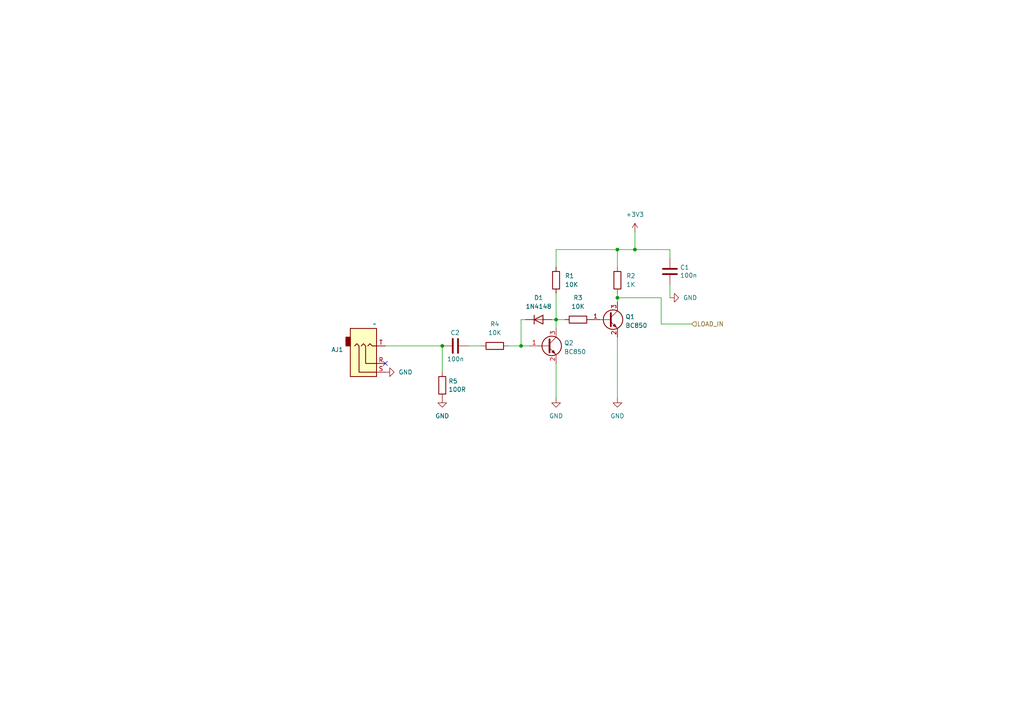
<source format=kicad_sch>
(kicad_sch (version 20250114) (generator "eeschema") (generator_version "9.0")
  (paper "A4")
  (title_block (title "TurboFRANK") (date "2025-03-19") (rev "1.04") (company "Mikhail Matveev") (comment 1 "https://github.com/xtremespb/frank"))
  (lib_symbols
    (symbol "BC850_1" (pin_names (offset 0) (hide yes))
      (property "Reference" "Q" (at 5.08 1.905 0))
      (property "Value" "BC850" (at 5.08 0 0))
      (symbol "BC850_1_0_1"
        (polyline (pts (xy -2.54 0) (xy 0.635 0)))
        (polyline (pts (xy 0.635 1.905) (xy 0.635 -1.905)) (stroke (width 0.508)))
        (circle (center 1.27 0) (radius 2.8194) (stroke (width 0.254)))
      )
      (symbol "BC850_1_1_1"
        (polyline (pts (xy 0.635 0.635) (xy 2.54 2.54)))
        (polyline (pts (xy 0.635 -0.635) (xy 2.54 -2.54)))
        (polyline (pts (xy 1.27 -1.778) (xy 1.778 -1.27) (xy 2.286 -2.286) (xy 1.27 -1.778)) (fill (type outline)))
        (pin input line (at -5.08 0 0) (length 2.54) (name "B") (number "1"))
        (pin passive line (at 2.54 5.08 270) (length 2.54) (name "C") (number "3"))
        (pin passive line (at 2.54 -5.08 90) (length 2.54) (name "E") (number "2"))
      )
    )
    (symbol "Device:C" (pin_numbers (hide yes)) (pin_names (offset 0.254))
      (property "Reference" "C" (at 0.635 2.54 0))
      (property "Value" "C" (at 0.635 -2.54 0))
      (symbol "C_0_1"
        (polyline (pts (xy -2.032 0.762) (xy 2.032 0.762)) (stroke (width 0.508)))
        (polyline (pts (xy -2.032 -0.762) (xy 2.032 -0.762)) (stroke (width 0.508)))
      )
      (symbol "C_1_1"
        (pin passive line (at 0 3.81 270) (length 2.794) (name "~") (number "1"))
        (pin passive line (at 0 -3.81 90) (length 2.794) (name "~") (number "2"))
      )
    )
    (symbol "Device:D" (pin_numbers (hide yes)) (pin_names (offset 1.016) (hide yes))
      (property "Reference" "D" (at 0 2.54 0))
      (property "Value" "D" (at 0 -2.54 0))
      (symbol "D_0_1"
        (polyline (pts (xy -1.27 1.27) (xy -1.27 -1.27)) (stroke (width 0.254)))
        (polyline (pts (xy 1.27 1.27) (xy 1.27 -1.27) (xy -1.27 0) (xy 1.27 1.27)) (stroke (width 0.254)))
        (polyline (pts (xy 1.27 0) (xy -1.27 0)))
      )
      (symbol "D_1_1"
        (pin passive line (at -3.81 0 0) (length 2.54) (name "K") (number "1"))
        (pin passive line (at 3.81 0 180) (length 2.54) (name "A") (number "2"))
      )
    )
    (symbol "Device:R" (pin_numbers (hide yes)) (pin_names (offset 0))
      (property "Reference" "R" (at 2.032 0 90))
      (property "Value" "R" (at 0 0 90))
      (symbol "R_0_1"
        (rectangle (start -1.016 -2.54) (end 1.016 2.54) (stroke (width 0.254)))
      )
      (symbol "R_1_1"
        (pin passive line (at 0 3.81 270) (length 1.27) (name "~") (number "1"))
        (pin passive line (at 0 -3.81 90) (length 1.27) (name "~") (number "2"))
      )
    )
    (symbol "FRANK:AudioJack_3.5mm"
      (property "Reference" "AJ2" (at -7.1119 -4.0097 0))
      (symbol "AudioJack_3.5mm_0_1"
        (rectangle (start -5.08 -5.08) (end -6.35 -7.62) (stroke (width 0.254)) (fill (type outline)))
        (polyline (pts (xy -1.905 -5.08) (xy -1.27 -5.715) (xy -0.635 -5.08) (xy -0.635 0) (xy 2.54 0)) (stroke (width 0.254)))
        (polyline (pts (xy 0 -5.08) (xy 0.635 -5.715) (xy 1.27 -5.08) (xy 2.54 -5.08)) (stroke (width 0.254)))
        (rectangle (start 2.54 3.81) (end -5.08 -10.16) (stroke (width 0.254)) (fill (type background)))
        (polyline (pts (xy 2.54 2.54) (xy -2.54 2.54) (xy -2.54 -5.08) (xy -3.175 -5.715) (xy -3.81 -5.08)) (stroke (width 0.254)))
      )
      (symbol "AudioJack_3.5mm_1_1"
        (pin passive line (at 5.08 2.54 180) (length 2.54) (name "~") (number "S"))
        (pin passive line (at 5.08 0 180) (length 2.54) (name "~") (number "R"))
        (pin passive line (at 5.08 -5.08 180) (length 2.54) (name "~") (number "T"))
      )
    )
    (symbol "GND_1" (power) (pin_numbers (hide yes)) (pin_names (offset 0) (hide yes))
      (property "Value" "GND" (at 0 -3.81 0))
      (symbol "GND_1_0_1"
        (polyline (pts (xy 0 0) (xy 0 -1.27) (xy 1.27 -1.27) (xy 0 -2.54) (xy -1.27 -1.27) (xy 0 -1.27)))
      )
      (symbol "GND_1_1_1"
        (pin power_in line (at 0 0 270) (length 0) (name "~") (number "1"))
      )
    )
    (symbol "GND_2" (power) (pin_numbers (hide yes)) (pin_names (offset 0) (hide yes))
      (property "Value" "GND" (at 0 -3.81 0))
      (symbol "GND_2_0_1"
        (polyline (pts (xy 0 0) (xy 0 -1.27) (xy 1.27 -1.27) (xy 0 -2.54) (xy -1.27 -1.27) (xy 0 -1.27)))
      )
      (symbol "GND_2_1_1"
        (pin power_in line (at 0 0 270) (length 0) (name "~") (number "1"))
      )
    )
    (symbol "GND_3" (power) (pin_numbers (hide yes)) (pin_names (offset 0) (hide yes))
      (property "Value" "GND" (at 0 -3.81 0))
      (symbol "GND_3_0_1"
        (polyline (pts (xy 0 0) (xy 0 -1.27) (xy 1.27 -1.27) (xy 0 -2.54) (xy -1.27 -1.27) (xy 0 -1.27)))
      )
      (symbol "GND_3_1_1"
        (pin power_in line (at 0 0 270) (length 0) (name "~") (number "1"))
      )
    )
    (symbol "GND_4" (power) (pin_numbers (hide yes)) (pin_names (offset 0) (hide yes))
      (property "Value" "GND" (at 0 -3.81 0))
      (symbol "GND_4_0_1"
        (polyline (pts (xy 0 0) (xy 0 -1.27) (xy 1.27 -1.27) (xy 0 -2.54) (xy -1.27 -1.27) (xy 0 -1.27)))
      )
      (symbol "GND_4_1_1"
        (pin power_in line (at 0 0 270) (length 0) (name "~") (number "1"))
      )
    )
    (symbol "Transistor_BJT:BC850" (pin_names (offset 0) (hide yes))
      (property "Reference" "Q" (at 5.08 1.905 0))
      (property "Value" "BC850" (at 5.08 0 0))
      (symbol "BC850_0_1"
        (polyline (pts (xy -2.54 0) (xy 0.635 0)))
        (polyline (pts (xy 0.635 1.905) (xy 0.635 -1.905)) (stroke (width 0.508)))
        (circle (center 1.27 0) (radius 2.8194) (stroke (width 0.254)))
      )
      (symbol "BC850_1_1"
        (polyline (pts (xy 0.635 0.635) (xy 2.54 2.54)))
        (polyline (pts (xy 0.635 -0.635) (xy 2.54 -2.54)))
        (polyline (pts (xy 1.27 -1.778) (xy 1.778 -1.27) (xy 2.286 -2.286) (xy 1.27 -1.778)) (fill (type outline)))
        (pin input line (at -5.08 0 0) (length 2.54) (name "B") (number "1"))
        (pin passive line (at 2.54 5.08 270) (length 2.54) (name "C") (number "3"))
        (pin passive line (at 2.54 -5.08 90) (length 2.54) (name "E") (number "2"))
      )
    )
    (symbol "power:+3V3" (power) (pin_numbers (hide yes)) (pin_names (offset 0) (hide yes))
      (property "Value" "+3V3" (at 0 3.556 0))
      (symbol "+3V3_0_1"
        (polyline (pts (xy -0.762 1.27) (xy 0 2.54)))
        (polyline (pts (xy 0 2.54) (xy 0.762 1.27)))
        (polyline (pts (xy 0 0) (xy 0 2.54)))
      )
      (symbol "+3V3_1_1"
        (pin power_in line (at 0 0 90) (length 0) (name "~") (number "1"))
      )
    )
    (symbol "power:GND" (power) (pin_numbers (hide yes)) (pin_names (offset 0) (hide yes))
      (property "Value" "GND" (at 0 -3.81 0))
      (symbol "GND_0_1"
        (polyline (pts (xy 0 0) (xy 0 -1.27) (xy 1.27 -1.27) (xy 0 -2.54) (xy -1.27 -1.27) (xy 0 -1.27)))
      )
      (symbol "GND_1_1"
        (pin power_in line (at 0 0 270) (length 0) (name "~") (number "1"))
      )
    )
  )
  (junction (at 179.07 86.36))
  (junction (at 151.13 100.33))
  (junction (at 128.27 100.33))
  (junction (at 161.29 92.71))
  (junction (at 184.15 72.39))
  (junction (at 179.07 72.39))
  (no_connect (at 111.76 105.41))
  (wire (pts (xy 179.07 86.36) (xy 191.77 86.36)))
  (wire (pts (xy 161.29 92.71) (xy 161.29 95.25)))
  (wire (pts (xy 147.32 100.33) (xy 151.13 100.33)))
  (wire (pts (xy 184.15 72.39) (xy 194.31 72.39)))
  (wire (pts (xy 191.77 86.36) (xy 191.77 93.98)))
  (wire (pts (xy 160.02 92.71) (xy 161.29 92.71)))
  (wire (pts (xy 151.13 100.33) (xy 153.67 100.33)))
  (wire (pts (xy 179.07 86.36) (xy 179.07 87.63)))
  (wire (pts (xy 152.4 92.71) (xy 151.13 92.71)))
  (wire (pts (xy 191.77 93.98) (xy 200.66 93.98)))
  (wire (pts (xy 151.13 92.71) (xy 151.13 100.33)))
  (wire (pts (xy 135.89 100.33) (xy 139.7 100.33)))
  (wire (pts (xy 179.07 72.39) (xy 184.15 72.39)))
  (wire (pts (xy 161.29 105.41) (xy 161.29 115.57)))
  (wire (pts (xy 179.07 72.39) (xy 179.07 77.47)))
  (wire (pts (xy 161.29 72.39) (xy 161.29 77.47)))
  (wire (pts (xy 184.15 67.31) (xy 184.15 72.39)))
  (wire (pts (xy 179.07 97.79) (xy 179.07 115.57)))
  (wire (pts (xy 194.31 82.55) (xy 194.31 86.36)))
  (wire (pts (xy 161.29 72.39) (xy 179.07 72.39)))
  (wire (pts (xy 194.31 72.39) (xy 194.31 74.93)))
  (wire (pts (xy 111.76 100.33) (xy 128.27 100.33)))
  (wire (pts (xy 161.29 85.09) (xy 161.29 92.71)))
  (wire (pts (xy 179.07 85.09) (xy 179.07 86.36)))
  (wire (pts (xy 128.27 100.33) (xy 128.27 107.95)))
  (wire (pts (xy 161.29 92.71) (xy 163.83 92.71)))
  (hierarchical_label "LOAD_IN" (shape input) (at 200.66 93.98 0))
  (symbol (lib_id "Device:D") (at 156.21 92.71 0) (unit 1)
    (property "Reference" "D7" (at 156.21 86.36 0))
    (property "Value" "1N4148" (at 156.21 88.9 0))
    (property "Footprint" "FRANK:Diode (SOD-323)" (effects (hide yes)))
    (property "Datasheet" "https://www.vishay.com/docs/85748/1n4148w.pdf" (effects (hide yes)))
    (property "Description" "Diode" (effects (hide yes)))
    (property "Sim.Device" "D" (effects (hide yes)))
    (property "Sim.Pins" "1=K 2=A" (effects (hide yes)))
    (property "AliExpress" "https://www.aliexpress.com/item/1005005707644429.html" (effects (hide yes)))
    (instances (project "" (path "" (reference "D1") (unit 1))) (project "" (path "" (reference "D7") (unit 1))))
  )
  (symbol (lib_name "GND_2") (lib_id "power:GND") (at 161.29 115.57 0) (unit 1)
    (property "Reference" "#PWR050" (effects (hide yes)))
    (property "Value" "GND" (at 161.29 120.65 0))
    (property "Description" "Power symbol creates a global label with name \"GND\" , ground" (effects (hide yes)))
    (instances (project "" (path "" (reference "#PWR07") (unit 1))) (project "" (path "" (reference "#PWR050") (unit 1))))
  )
  (symbol (lib_id "Device:R") (at 167.64 92.71 90) (unit 1)
    (property "Reference" "R24" (at 167.64 86.36 90))
    (property "Value" "10K" (at 167.64 88.9 90))
    (property "Footprint" "FRANK:Resistor (0805)" (effects (hide yes)))
    (property "Datasheet" "https://www.vishay.com/docs/28952/mcs0402at-mct0603at-mcu0805at-mca1206at.pdf" (effects (hide yes)))
    (property "AliExpress" "https://www.aliexpress.com/item/1005005945735199.html" (effects (hide yes)))
    (instances (project "38NJU24" (path "" (reference "R3") (unit 1))) (project "38NJU24" (path "" (reference "R24") (unit 1))))
  )
  (symbol (lib_id "power:GND") (at 128.27 115.57 0) (unit 1)
    (property "Reference" "#PWR049" (effects (hide yes)))
    (property "Value" "GND" (at 128.27 120.65 0))
    (property "Description" "Power symbol creates a global label with name \"GND\" , ground" (effects (hide yes)))
    (instances (project "" (path "" (reference "#PWR06") (unit 1))) (project "" (path "" (reference "#PWR049") (unit 1))))
  )
  (symbol (lib_id "Device:R") (at 179.07 81.28 0) (unit 1)
    (property "Reference" "R23" (at 181.61 80.0099 0) (effects (justify left)))
    (property "Value" "1K" (at 181.61 82.5499 0) (effects (justify left)))
    (property "Footprint" "FRANK:Resistor (0805)" (effects (hide yes)))
    (property "Datasheet" "https://www.vishay.com/docs/28952/mcs0402at-mct0603at-mcu0805at-mca1206at.pdf" (effects (hide yes)))
    (property "AliExpress" "https://www.aliexpress.com/item/1005005945735199.html" (effects (hide yes)))
    (instances (project "38NJU24" (path "" (reference "R2") (unit 1))) (project "38NJU24" (path "" (reference "R23") (unit 1))))
  )
  (symbol (lib_id "FRANK:AudioJack_3.5mm") (at 106.68 105.41 0) (mirror x) (unit 1)
    (property "Reference" "J13" (at 99.5681 101.4003 0) (effects (justify right)))
    (property "Value" "~" (at 109.22 93.98 0) (effects (justify right)))
    (property "Footprint" "FRANK:Jack (3.5mm, PJ-320D)" (effects (hide yes)))
    (instances (project "38NJU24" (path "" (reference "AJ1") (unit 1))) (project "38NJU24" (path "" (reference "J13") (unit 1))))
  )
  (symbol (lib_id "Device:C") (at 132.08 100.33 90) (unit 1)
    (property "Reference" "C8" (at 133.35 96.52 90) (effects (justify left)))
    (property "Value" "100n" (at 134.62 104.14 90) (effects (justify left)))
    (property "Footprint" "FRANK:Capacitor (0805)" (effects (hide yes)))
    (property "Datasheet" "https://eu.mouser.com/datasheet/2/40/KGM_X7R-3223212.pdf" (effects (hide yes)))
    (property "AliExpress" "https://www.aliexpress.com/item/33008008276.html" (effects (hide yes)))
    (instances (project "38NJU24" (path "" (reference "C2") (unit 1))) (project "38NJU24" (path "" (reference "C8") (unit 1))))
  )
  (symbol (lib_name "GND_1") (lib_id "power:GND") (at 111.76 107.95 90) (unit 1)
    (property "Reference" "#PWR048" (effects (hide yes)))
    (property "Value" "GND" (at 115.57 107.9499 90) (effects (justify right)))
    (property "Description" "Power symbol creates a global label with name \"GND\" , ground" (effects (hide yes)))
    (instances (project "" (path "" (reference "#PWR05") (unit 1))) (project "" (path "" (reference "#PWR048") (unit 1))))
  )
  (symbol (lib_id "Device:R") (at 143.51 100.33 90) (unit 1)
    (property "Reference" "R25" (at 143.51 93.98 90))
    (property "Value" "10K" (at 143.51 96.52 90))
    (property "Footprint" "FRANK:Resistor (0805)" (effects (hide yes)))
    (property "Datasheet" "https://www.vishay.com/docs/28952/mcs0402at-mct0603at-mcu0805at-mca1206at.pdf" (effects (hide yes)))
    (property "AliExpress" "https://www.aliexpress.com/item/1005005945735199.html" (effects (hide yes)))
    (instances (project "38NJU24" (path "" (reference "R4") (unit 1))) (project "38NJU24" (path "" (reference "R25") (unit 1))))
  )
  (symbol (lib_name "GND_4") (lib_id "power:GND") (at 194.31 86.36 90) (unit 1)
    (property "Reference" "#PWR047" (effects (hide yes)))
    (property "Value" "GND" (at 198.12 86.3599 90) (effects (justify right)))
    (property "Description" "Power symbol creates a global label with name \"GND\" , ground" (effects (hide yes)))
    (instances (project "" (path "" (reference "#PWR04") (unit 1))) (project "" (path "" (reference "#PWR047") (unit 1))))
  )
  (symbol (lib_name "GND_3") (lib_id "power:GND") (at 179.07 115.57 0) (unit 1)
    (property "Reference" "#PWR051" (effects (hide yes)))
    (property "Value" "GND" (at 179.07 120.65 0))
    (property "Description" "Power symbol creates a global label with name \"GND\" , ground" (effects (hide yes)))
    (instances (project "" (path "" (reference "#PWR08") (unit 1))) (project "" (path "" (reference "#PWR051") (unit 1))))
  )
  (symbol (lib_id "power:+3V3") (at 184.15 67.31 0) (unit 1)
    (property "Reference" "#PWR046" (effects (hide yes)))
    (property "Value" "+3V3" (at 184.15 62.23 0))
    (property "Description" "Power symbol creates a global label with name \"+3V3\"" (effects (hide yes)))
    (instances (project "" (path "" (reference "#PWR03") (unit 1))) (project "" (path "" (reference "#PWR046") (unit 1))))
  )
  (symbol (lib_id "Device:C") (at 194.31 78.74 0) (unit 1)
    (property "Reference" "C7" (at 197.231 77.5716 0) (effects (justify left)))
    (property "Value" "100n" (at 197.231 79.883 0) (effects (justify left)))
    (property "Footprint" "FRANK:Capacitor (0805)" (effects (hide yes)))
    (property "Datasheet" "https://eu.mouser.com/datasheet/2/40/KGM_X7R-3223212.pdf" (effects (hide yes)))
    (property "AliExpress" "https://www.aliexpress.com/item/33008008276.html" (effects (hide yes)))
    (instances (project "38NJU24" (path "" (reference "C1") (unit 1))) (project "38NJU24" (path "" (reference "C7") (unit 1))))
  )
  (symbol (lib_id "Device:R") (at 128.27 111.76 0) (unit 1)
    (property "Reference" "R26" (at 130.048 110.5478 0) (effects (justify left)))
    (property "Value" "100R" (at 130.048 112.9721 0) (effects (justify left)))
    (property "Footprint" "FRANK:Resistor (0805)" (effects (hide yes)))
    (property "Datasheet" "https://www.vishay.com/docs/28952/mcs0402at-mct0603at-mcu0805at-mca1206at.pdf" (effects (hide yes)))
    (property "AliExpress" "https://www.aliexpress.com/item/1005005945735199.html" (effects (hide yes)))
    (instances (project "38NJU24" (path "" (reference "R5") (unit 1))) (project "38NJU24" (path "" (reference "R26") (unit 1))))
  )
  (symbol (lib_name "BC850_1") (lib_id "Transistor_BJT:BC850") (at 158.75 100.33 0) (unit 1)
    (property "Reference" "Q2" (at 163.6014 99.4953 0) (effects (justify left)))
    (property "Value" "BC850" (at 163.6014 102.0322 0) (effects (justify left)))
    (property "Footprint" "FRANK:SOT-23" (effects (hide yes)))
    (property "Datasheet" "http://www.infineon.com/dgdl/Infineon-BC847SERIES_BC848SERIES_BC849SERIES_BC850SERIES-DS-v01_01-en.pdf?fileId=db3a304314dca389011541d4630a1657" (effects (hide yes)))
    (property "Description" "0.1A Ic, 45V Vce, NPN Transistor, SOT-23" (effects (hide yes)))
    (property "AliExpress" "https://www.aliexpress.com/item/1005005008637286.html" (effects (hide yes)))
  )
  (symbol (lib_id "Device:R") (at 161.29 81.28 0) (unit 1)
    (property "Reference" "R22" (at 163.83 80.0099 0) (effects (justify left)))
    (property "Value" "10K" (at 163.83 82.5499 0) (effects (justify left)))
    (property "Footprint" "FRANK:Resistor (0805)" (effects (hide yes)))
    (property "Datasheet" "https://www.vishay.com/docs/28952/mcs0402at-mct0603at-mcu0805at-mca1206at.pdf" (effects (hide yes)))
    (property "AliExpress" "https://www.aliexpress.com/item/1005005945735199.html" (effects (hide yes)))
    (instances (project "38NJU24" (path "" (reference "R1") (unit 1))) (project "38NJU24" (path "" (reference "R22") (unit 1))))
  )
  (symbol (lib_id "Transistor_BJT:BC850") (at 176.53 92.71 0) (unit 1)
    (property "Reference" "Q1" (at 181.3814 91.8753 0) (effects (justify left)))
    (property "Value" "BC850" (at 181.3814 94.4122 0) (effects (justify left)))
    (property "Footprint" "FRANK:SOT-23" (effects (hide yes)))
    (property "Datasheet" "http://www.infineon.com/dgdl/Infineon-BC847SERIES_BC848SERIES_BC849SERIES_BC850SERIES-DS-v01_01-en.pdf?fileId=db3a304314dca389011541d4630a1657" (effects (hide yes)))
    (property "Description" "0.1A Ic, 45V Vce, NPN Transistor, SOT-23" (effects (hide yes)))
    (property "AliExpress" "https://www.aliexpress.com/item/1005005008637286.html" (effects (hide yes)))
  )
)
</source>
